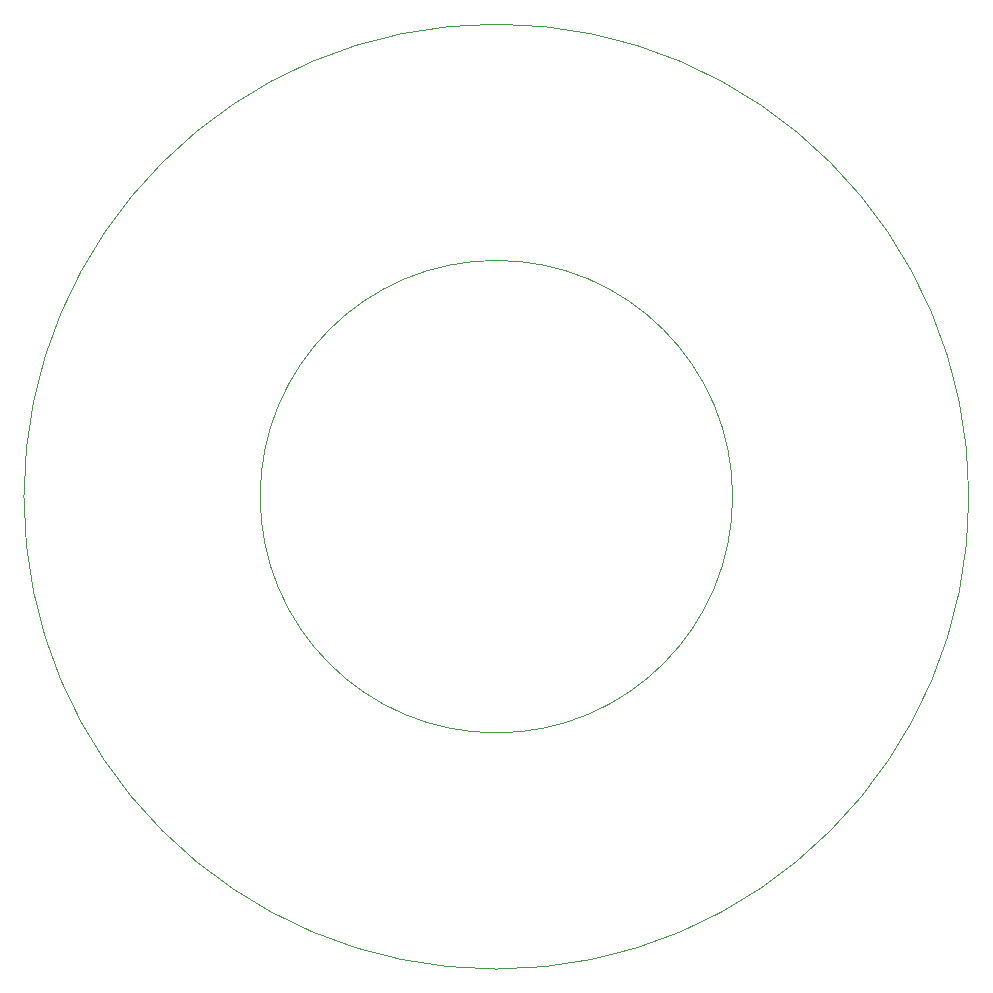
<source format=gm1>
%TF.GenerationSoftware,KiCad,Pcbnew,9.0.2*%
%TF.CreationDate,2026-02-17T19:29:26+01:00*%
%TF.ProjectId,LumiCtrl,4c756d69-4374-4726-9c2e-6b696361645f,rev11*%
%TF.SameCoordinates,Original*%
%TF.FileFunction,Profile,NP*%
%FSLAX46Y46*%
G04 Gerber Fmt 4.6, Leading zero omitted, Abs format (unit mm)*
G04 Created by KiCad (PCBNEW 9.0.2) date 2026-02-17 19:29:26*
%MOMM*%
%LPD*%
G01*
G04 APERTURE LIST*
%TA.AperFunction,Profile*%
%ADD10C,0.050000*%
%TD*%
%TA.AperFunction,Profile*%
%ADD11C,0.100000*%
%TD*%
G04 APERTURE END LIST*
D10*
X140000000Y-100000000D02*
G75*
G02*
X60000000Y-100000000I-40000000J0D01*
G01*
X60000000Y-100000000D02*
G75*
G02*
X140000000Y-100000000I40000000J0D01*
G01*
D11*
X120000000Y-100000000D02*
G75*
G02*
X80000000Y-100000000I-20000000J0D01*
G01*
X80000000Y-100000000D02*
G75*
G02*
X120000000Y-100000000I20000000J0D01*
G01*
M02*

</source>
